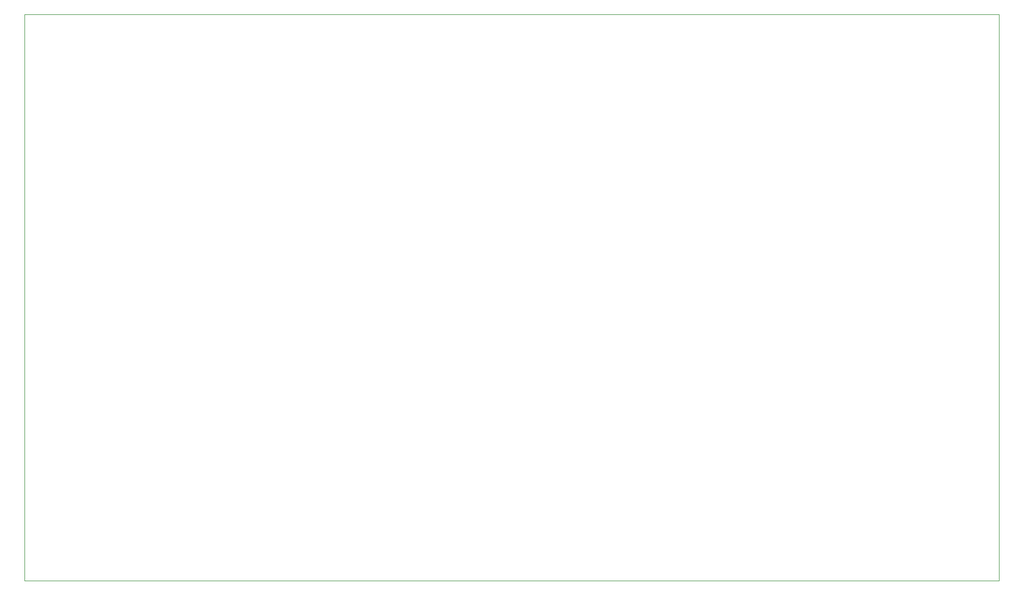
<source format=gbr>
%TF.GenerationSoftware,KiCad,Pcbnew,(5.1.4-0-10_14)*%
%TF.CreationDate,2020-08-02T00:19:04+02:00*%
%TF.ProjectId,usb-teensy3.6_kicad,7573622d-7465-4656-9e73-79332e365f6b,rev?*%
%TF.SameCoordinates,Original*%
%TF.FileFunction,Profile,NP*%
%FSLAX46Y46*%
G04 Gerber Fmt 4.6, Leading zero omitted, Abs format (unit mm)*
G04 Created by KiCad (PCBNEW (5.1.4-0-10_14)) date 2020-08-02 00:19:04*
%MOMM*%
%LPD*%
G04 APERTURE LIST*
%ADD10C,0.100000*%
G04 APERTURE END LIST*
D10*
X73660000Y-149860000D02*
X73660000Y-59690000D01*
X228600000Y-149860000D02*
X73660000Y-149860000D01*
X228600000Y-59690000D02*
X228600000Y-149860000D01*
X73660000Y-59690000D02*
X228600000Y-59690000D01*
M02*

</source>
